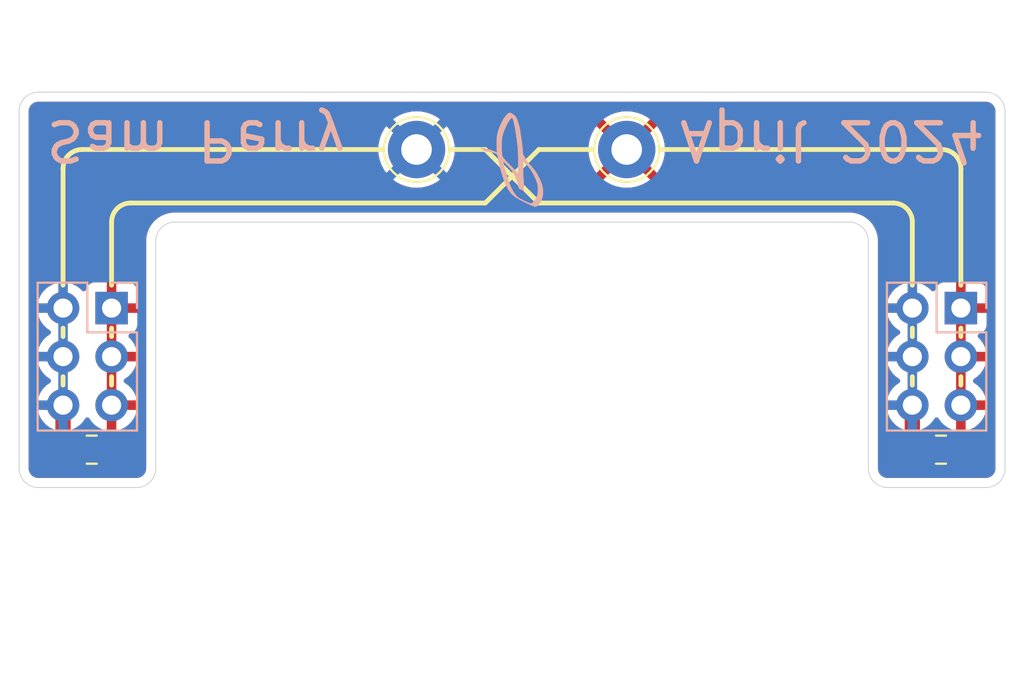
<source format=kicad_pcb>
(kicad_pcb (version 20240108) (generator "pcbnew") (generator_version "8.0")
  (title_block (title "Breadboard Power Rail Jumper") (date "2024-04-21") (company "Perry Leumas") (comment 1 "Inspired by IMSAI Guy Design:") (comment 2 "    https://www.youtube.com/watch?v=gdtfjXa2s7k&t=334s"))
  (layers (0 "F.Cu" signal) (31 "B.Cu" signal) (34 "B.Paste" user) (35 "F.Paste" user) (36 "B.SilkS" user "B.Silkscreen") (37 "F.SilkS" user "F.Silkscreen") (38 "B.Mask" user) (39 "F.Mask" user) (44 "Edge.Cuts" user))
  (net 0 "")
  (net 1 "/V1")
  (net 2 "/V2")
  (footprint "TestPoint:TestPoint_Loop_D2.60mm_Drill1.6mm_Beaded" (layer "F.Cu") (at 118.5 91.7 90)
    (property "Reference" "TP2" (hide yes))
    (property "Value" "TestPoint" (hide yes))
    (fp_circle (center 0 0) (end 1.7 0) (stroke (width 0.12)) (fill none) (layer "F.SilkS"))
    (pad "1" thru_hole circle (at 0 0 90) (size 3 3) (drill 1.6) (layers "*.Cu" "*.Mask") (net 2 "/V2"))
  )
  (footprint "Capacitor_SMD:C_0805_2012Metric_Pad1.18x1.45mm_HandSolder" (layer "F.Cu") (at 101.5 107.41 180)
    (property "Reference" "C1" (hide yes))
    (property "Value" "C" (hide yes))
    (fp_line (start -0.261252 0.735) (end 0.261252 0.735) (stroke (width 0.12)) (layer "F.SilkS"))
    (fp_line (start -0.261252 -0.735) (end 0.261252 -0.735) (stroke (width 0.12)) (layer "F.SilkS"))
    (pad "1" smd roundrect (at -1.0375 0 180) (size 1.175 1.45) (layers "F.Cu" "F.Paste" "F.Mask") (roundrect_rratio 0.212766) (net 1 "/V1"))
    (pad "2" smd roundrect (at 1.0375 0 180) (size 1.175 1.45) (layers "F.Cu" "F.Paste" "F.Mask") (roundrect_rratio 0.212766) (net 2 "/V2"))
  )
  (footprint "Capacitor_SMD:C_0805_2012Metric_Pad1.18x1.45mm_HandSolder" (layer "F.Cu") (at 145.95 107.41 180)
    (property "Reference" "C2" (hide yes))
    (property "Value" "C")
    (fp_line (start -0.261252 0.735) (end 0.261252 0.735) (stroke (width 0.12)) (layer "F.SilkS"))
    (fp_line (start -0.261252 -0.735) (end 0.261252 -0.735) (stroke (width 0.12)) (layer "F.SilkS"))
    (pad "1" smd roundrect (at -1.0375 0 180) (size 1.175 1.45) (layers "F.Cu" "F.Paste" "F.Mask") (roundrect_rratio 0.212766) (net 1 "/V1"))
    (pad "2" smd roundrect (at 1.0375 0 180) (size 1.175 1.45) (layers "F.Cu" "F.Paste" "F.Mask") (roundrect_rratio 0.212766) (net 2 "/V2"))
  )
  (footprint "TestPoint:TestPoint_Loop_D2.60mm_Drill1.6mm_Beaded" (layer "F.Cu") (at 129.5 91.7 90)
    (property "Reference" "TP1" (hide yes))
    (property "Value" "TestPoint" (hide yes))
    (fp_circle (center 0 0) (end 1.7 0) (stroke (width 0.12)) (fill none) (layer "F.SilkS"))
    (pad "1" thru_hole circle (at 0 0 90) (size 3 3) (drill 1.6) (layers "*.Cu" "*.Mask") (net 1 "/V1"))
  )
  (footprint "Connector_PinHeader_2.54mm:PinHeader_2x03_P2.54mm_Vertical" (layer "B.Cu") (at 146.99 100 180)
    (property "Reference" "J2" (hide yes))
    (property "Value" "Conn_02x03_Counter_Clockwise" (hide yes))
    (fp_line (start 3.87 1.33) (end 1.27 1.33) (stroke (width 0.12)) (layer "B.SilkS"))
    (fp_line (start 3.87 -6.41) (end 3.87 1.33) (stroke (width 0.12)) (layer "B.SilkS"))
    (fp_line (start 3.87 -6.41) (end -1.33 -6.41) (stroke (width 0.12)) (layer "B.SilkS"))
    (fp_line (start 1.27 1.33) (end 1.27 -1.27) (stroke (width 0.12)) (layer "B.SilkS"))
    (fp_line (start 1.27 -1.27) (end -1.33 -1.27) (stroke (width 0.12)) (layer "B.SilkS"))
    (fp_line (start 0 1.33) (end -1.33 1.33) (stroke (width 0.12)) (layer "B.SilkS"))
    (fp_line (start -1.33 1.33) (end -1.33 0) (stroke (width 0.12)) (layer "B.SilkS"))
    (fp_line (start -1.33 -6.41) (end -1.33 -1.27) (stroke (width 0.12)) (layer "B.SilkS"))
    (pad "1" thru_hole rect (at 0 0 180) (size 1.7 1.7) (drill 1) (layers "*.Cu" "*.Mask") (net 1 "/V1"))
    (pad "2" thru_hole oval (at 2.54 0 180) (size 1.7 1.7) (drill 1) (layers "*.Cu" "*.Mask") (net 2 "/V2"))
    (pad "3" thru_hole oval (at 0 -2.54 180) (size 1.7 1.7) (drill 1) (layers "*.Cu" "*.Mask") (net 1 "/V1"))
    (pad "4" thru_hole oval (at 2.54 -2.54 180) (size 1.7 1.7) (drill 1) (layers "*.Cu" "*.Mask") (net 2 "/V2"))
    (pad "5" thru_hole oval (at 0 -5.08 180) (size 1.7 1.7) (drill 1) (layers "*.Cu" "*.Mask") (net 1 "/V1"))
    (pad "6" thru_hole oval (at 2.54 -5.08 180) (size 1.7 1.7) (drill 1) (layers "*.Cu" "*.Mask") (net 2 "/V2"))
  )
  (footprint "Connector_PinHeader_2.54mm:PinHeader_2x03_P2.54mm_Vertical" (layer "B.Cu") (at 102.54 100 180)
    (property "Reference" "J1" (hide yes))
    (property "Value" "Conn_02x03_Counter_Clockwise" (hide yes))
    (fp_line (start 3.87 1.33) (end 1.27 1.33) (stroke (width 0.12)) (layer "B.SilkS"))
    (fp_line (start 3.87 -6.41) (end 3.87 1.33) (stroke (width 0.12)) (layer "B.SilkS"))
    (fp_line (start 3.87 -6.41) (end -1.33 -6.41) (stroke (width 0.12)) (layer "B.SilkS"))
    (fp_line (start 1.27 1.33) (end 1.27 -1.27) (stroke (width 0.12)) (layer "B.SilkS"))
    (fp_line (start 1.27 -1.27) (end -1.33 -1.27) (stroke (width 0.12)) (layer "B.SilkS"))
    (fp_line (start 0 1.33) (end -1.33 1.33) (stroke (width 0.12)) (layer "B.SilkS"))
    (fp_line (start -1.33 1.33) (end -1.33 0) (stroke (width 0.12)) (layer "B.SilkS"))
    (fp_line (start -1.33 -6.41) (end -1.33 -1.27) (stroke (width 0.12)) (layer "B.SilkS"))
    (pad "1" thru_hole rect (at 0 0 180) (size 1.7 1.7) (drill 1) (layers "*.Cu" "*.Mask") (net 1 "/V1"))
    (pad "2" thru_hole oval (at 2.54 0 180) (size 1.7 1.7) (drill 1) (layers "*.Cu" "*.Mask") (net 2 "/V2"))
    (pad "3" thru_hole oval (at 0 -2.54 180) (size 1.7 1.7) (drill 1) (layers "*.Cu" "*.Mask") (net 1 "/V1"))
    (pad "4" thru_hole oval (at 2.54 -2.54 180) (size 1.7 1.7) (drill 1) (layers "*.Cu" "*.Mask") (net 2 "/V2"))
    (pad "5" thru_hole oval (at 0 -5.08 180) (size 1.7 1.7) (drill 1) (layers "*.Cu" "*.Mask") (net 1 "/V1"))
    (pad "6" thru_hole oval (at 2.54 -5.08 180) (size 1.7 1.7) (drill 1) (layers "*.Cu" "*.Mask") (net 2 "/V2"))
  )
  (footprint "pl_logo:logo_height_5mm" (layer "B.Cu") (at 123.476445 92.229269)
    (property "Reference" "G***" (hide yes))
    (property "Value" "LOGO" (hide yes))
    (fp_poly (pts (xy 1.28483 2.456463) (xy 1.33557 2.423783) (xy 1.391397 2.374314) (xy 1.447755 2.312134) (xy 1.500087 2.241319) (xy 1.504027 2.235305) (xy 1.568681 2.117453) (xy 1.613079 1.992161) (xy 1.639057 1.853164) (xy 1.647173 1.746724) (xy 1.645734 1.604325) (xy 1.629055 1.464701) (xy 1.59583 1.322742) (xy 1.544753 1.173337) (xy 1.474521 1.011375) (xy 1.442555 0.945508) (xy 1.363326 0.795768) (xy 1.28065 0.66003) (xy 1.189438 0.531159) (xy 1.084602 0.402017) (xy 0.961053 0.265468) (xy 0.947472 0.25113) (xy 0.879043 0.175895) (xy 0.823981 0.106514) (xy 0.775684 0.033493) (xy 0.727552 -0.05266) (xy 0.703195 -0.100221) (xy 0.674142 -0.155208) (xy 0.64721 -0.201136) (xy 0.626467 -0.23128) (xy 0.619611 -0.238388) (xy 0.610249 -0.251046) (xy 0.602775 -0.276315) (xy 0.596615 -0.318157) (xy 0.591194 -0.380539) (xy 0.58594 -0.467425) (xy 0.58563 -0.473277) (xy 0.579596 -0.557071) (xy 0.569649 -0.660507) (xy 0.556764 -0.774943) (xy 0.54192 -0.89174) (xy 0.526093 -1.002258) (xy 0.524968 -1.009573) (xy 0.509421 -1.111172) (xy 0.494296 -1.211892) (xy 0.480543 -1.30527) (xy 0.469112 -1.384842) (xy 0.460952 -1.444143) (xy 0.459532 -1.455055) (xy 0.443617 -1.555616) (xy 0.420731 -1.667709) (xy 0.392733 -1.784438) (xy 0.361481 -1.898909) (xy 0.328836 -2.004224) (xy 0.296655 -2.093489) (xy 0.272559 -2.148582) (xy 0.235649 -2.217296) (xy 0.199781 -2.268465) (xy 0.15749 -2.311957) (xy 0.133454 -2.332402) (xy 0.087453 -2.368331) (xy 0.044821 -2.399016) (xy 0.015078 -2.417646) (xy -0.037994 -2.437481) (xy -0.094208 -2.446814) (xy -0.141283 -2.44394) (xy -0.151088 -2.440743) (xy -0.178139 -2.422115) (xy -0.217511 -2.386071) (xy -0.26419 -2.338073) (xy -0.313165 -2.283582) (xy -0.359421 -2.228056) (xy -0.397947 -2.176958) (xy -0.410822 -2.157811) (xy -0.433569 -2.118779) (xy -0.465053 -2.059963) (xy -0.502032 -1.987659) (xy -0.541264 -1.908166) (xy -0.566669 -1.855131) (xy -0.641995 -1.683476) (xy -0.698992 -1.523788) (xy -0.739945 -1.368063) (xy -0.767139 -1.208297) (xy -0.776749 -1.119322) (xy -0.781601 -1.042707) (xy -0.784428 -0.949699) (xy -0.78533 -0.846936) (xy -0.78441 -0.741052) (xy -0.78177 -0.638685) (xy -0.778653 -0.57121) (xy -0.513624 -0.57121) (xy -0.513593 -0.69125) (xy -0.511998 -0.796441) (xy -0.509646 -0.904648) (xy -0.507058 -0.989646) (xy -0.503681 -1.056922) (xy -0.498962 -1.111966) (xy -0.492346 -1.160266) (xy -0.483281 -1.207311) (xy -0.471214 -1.258589) (xy -0.461593 -1.296421) (xy -0.435186 -1.383197) (xy -0.397187 -1.487218) (xy -0.350829 -1.601154) (xy -0.299342 -1.717675) (xy -0.24596 -1.82945) (xy -0.193914 -1.929149) (xy -0.148946 -2.00554) (xy -0.113015 -2.057465) (xy -0.073543 -2.107799) (xy -0.034899 -2.151749) (xy -0.001454 -2.184523) (xy 0.02242 -2.201326) (xy 0.030112 -2.201896) (xy 0.039647 -2.185462) (xy 0.054307 -2.148295) (xy 0.071465 -2.097299) (xy 0.077858 -2.076511) (xy 0.11575 -1.941132) (xy 0.148217 -1.804034) (xy 0.177082 -1.656644) (xy 0.204167 -1.490389) (xy 0.208109 -1.463839) (xy 0.223319 -1.360155) (xy 0.240757 -1.241089) (xy 0.258518 -1.119659) (xy 0.274697 -1.008884) (xy 0.278473 -0.982994) (xy 0.297449 -0.837259) (xy 0.312941 -0.682747) (xy 0.325126 -0.516039) (xy 0.334183 -0.333712) (xy 0.340288 -0.132346) (xy 0.343619 0.091481) (xy 0.344407 0.287277) (xy 0.344407 0.767357) (xy 0.291415 0.688622) (xy 0.262362 0.650564) (xy 0.216411 0.596568) (xy 0.157307 0.530634) (xy 0.088796 0.45676) (xy 0.014625 0.378947) (xy -0.061461 0.301194) (xy -0.135714 0.2275) (xy -0.184271 0.18078) (xy -0.225722 0.138751) (xy -0.277355 0.082381) (xy -0.331716 0.019966) (xy -0.368995 -0.024837) (xy -0.477076 -0.157846) (xy -0.497818 -0.312115) (xy -0.50588 -0.386526) (xy -0.511101 -0.471263) (xy -0.513624 -0.57121) (xy -0.778653 -0.57121) (xy -0.77751 -0.546472) (xy -0.771732 -0.471047) (xy -0.76616 -0.427688) (xy -0.757059 -0.374642) (xy -0.905902 -0.437595) (xy -0.983824 -0.468825) (xy -1.069294 -0.500342) (xy -1.14897 -0.527326) (xy -1.183898 -0.538029) (xy -1.247507 -0.554706) (xy -1.321436 -0.57131) (xy -1.399242 -0.586714) (xy -1.474485 -0.599794) (xy -1.540723 -0.609425) (xy -1.591513 -0.614481) (xy -1.619281 -0.614083) (xy -1.620063 -0.605019) (xy -1.601343 -0.58499) (xy -1.568315 -0.557647) (xy -1.526173 -0.526646) (xy -1.480114 -0.495639) (xy -1.435331 -0.468281) (xy -1.397019 -0.448224) (xy -1.370555 -0.439147) (xy -1.214282 -0.415981) (xy -1.077785 -0.390582) (xy -0.962876 -0.36343) (xy -0.871368 -0.335011) (xy -0.805074 -0.305805) (xy -0.767813 -0.278553) (xy -0.753225 -0.257923) (xy -0.740609 -0.227353) (xy -0.728627 -0.181958) (xy -0.715944 -0.116858) (xy -0.704273 -0.046549) (xy -0.678738 0.093277) (xy -0.431947 0.093277) (xy -0.229476 0.298623) (xy -0.127296 0.405346) (xy -0.043578 0.50052) (xy 0.026009 0.590031) (xy 0.085801 0.679765) (xy 0.14013 0.775608) (xy 0.179326 0.853842) (xy 0.21261 0.931552) (xy 0.24842 1.029274) (xy 0.284158 1.138781) (xy 0.317225 1.251845) (xy 0.34502 1.360241) (xy 0.358103 1.419699) (xy 0.373758 1.480848) (xy 0.392078 1.51746) (xy 0.415645 1.533699) (xy 0.429886 1.53548) (xy 0.453496 1.54335) (xy 0.491771 1.563979) (xy 0.536394 1.592881) (xy 0.579494 1.621591) (xy 0.614435 1.642176) (xy 0.633804 1.650278) (xy 0.634017 1.650283) (xy 0.638485 1.636587) (xy 0.641241 1.598007) (xy 0.642373 1.538303) (xy 0.641969 1.461233) (xy 0.640118 1.370557) (xy 0.636907 1.270036) (xy 0.632424 1.163428) (xy 0.626758 1.054494) (xy 0.619996 0.946993) (xy 0.616379 0.896893) (xy 0.612831 0.837516) (xy 0.609788 0.762519) (xy 0.607276 0.676165) (xy 0.605326 0.58272) (xy 0.603963 0.486448) (xy 0.603218 0.391613) (xy 0.603117 0.302479) (xy 0.60369 0.223312) (xy 0.604964 0.158374) (xy 0.606968 0.111932) (xy 0.609729 0.088249) (xy 0.61102 0.086102) (xy 0.624711 0.095542) (xy 0.651757 0.12003) (xy 0.679184 0.14709) (xy 0.768157 0.242284) (xy 0.858924 0.347376) (xy 0.942558 0.451779) (xy 0.990211 0.516142) (xy 1.049574 0.607455) (xy 1.112767 0.717905) (xy 1.175588 0.839077) (xy 1.233838 0.962551) (xy 1.283319 1.079912) (xy 1.314629 1.166375) (xy 1.336612 1.236165) (xy 1.351857 1.293214) (xy 1.361879 1.346705) (xy 1.368196 1.40582) (xy 1.372322 1.479741) (xy 1.374083 1.526399) (xy 1.375575 1.641127) (xy 1.370216 1.735884) (xy 1.356499 1.818898) (xy 1.332918 1.898397) (xy 1.297967 1.982609) (xy 1.28582 2.008398) (xy 1.25005 2.071144) (xy 1.203795 2.135811) (xy 1.152662 2.19594) (xy 1.102255 2.245071) (xy 1.05818 2.276747) (xy 1.049256 2.280997) (xy 1.028588 2.286499) (xy 1.002906 2.286414) (xy 0.969217 2.279661) (xy 0.924529 2.265158) (xy 0.865849 2.241824) (xy 0.790185 2.208578) (xy 0.694545 2.164339) (xy 0.59247 2.115928) (xy 0.499162 2.070157) (xy 0.427206 2.031729) (xy 0.371266 1.997421) (xy 0.326011 1.964012) (xy 0.293424 1.935303) (xy 0.201987 1.83435) (xy 0.112306 1.706741) (xy 0.025532 1.55451) (xy -0.057186 1.379696) (xy -0.134696 1.184336) (xy -0.141743 1.164792) (xy -0.179826 1.054033) (xy -0.219485 0.931081) (xy -0.259324 0.800942) (xy -0.297945 0.66862) (xy -0.333952 0.539123) (xy -0.365947 0.417455) (xy -0.392533 0.308623) (xy -0.412314 0.217632) (xy -0.422762 0.157853) (xy -0.431947 0.093277) (xy -0.678738 0.093277) (xy -0.676178 0.107291) (xy -0.638897 0.276063) (xy -0.594109 0.454195) (xy -0.543492 0.636119) (xy -0.488723 0.816262) (xy -0.431481 0.989056) (xy -0.373443 1.14893) (xy -0.316287 1.290313) (xy -0.273091 1.384802) (xy -0.196458 1.531366) (xy -0.120221 1.654373) (xy -0.040236 1.758606) (xy 0.047642 1.848847) (xy 0.147556 1.929878) (xy 0.263653 2.006482) (xy 0.267891 2.00904) (xy 0.362763 2.064275) (xy 0.467186 2.121829) (xy 0.577602 2.180026) (xy 0.690452 2.237191) (xy 0.802176 2.291649) (xy 0.909215 2.341725) (xy 1.00801 2.385743) (xy 1.095 2.42203) (xy 1.166627 2.448909) (xy 1.219332 2.464706) (xy 1.24373 2.468277) (xy 1.28483 2.456463)) (stroke (width 0.01)) (fill solid) (layer "B.SilkS"))
  )
  (gr_line (start 100 101.05) (end 100 101.49) (stroke (width 0.25)) (layer "F.SilkS"))
  (gr_line (start 146.99 103.59) (end 146.99 104.03) (stroke (width 0.25)) (layer "F.SilkS"))
  (gr_line (start 100 98.8) (end 100 92.7) (stroke (width 0.25)) (layer "F.SilkS"))
  (gr_line (start 116.73 91.7) (end 101 91.7) (stroke (width 0.25)) (layer "F.SilkS"))
  (gr_line (start 100 103.59) (end 100 104.03) (stroke (width 0.25)) (layer "F.SilkS"))
  (gr_line (start 102.54 103.59) (end 102.54 104.03) (stroke (width 0.25)) (layer "F.SilkS"))
  (gr_line (start 102.54 101.05) (end 102.54 101.49) (stroke (width 0.25)) (layer "F.SilkS"))
  (gr_line (start 144.45 98.8) (end 144.45 95.5) (stroke (width 0.25)) (layer "F.SilkS"))
  (gr_arc (start 143.45 94.5) (mid 144.157107 94.792893) (end 144.45 95.5) (stroke (width 0.25)) (layer "F.SilkS"))
  (gr_arc (start 102.54 95.5) (mid 102.832893 94.792893) (end 103.54 94.5) (stroke (width 0.25)) (layer "F.SilkS"))
  (gr_line (start 122.1 91.7) (end 124.9 94.5) (stroke (width 0.25)) (layer "F.SilkS"))
  (gr_line (start 143.45 94.5) (end 124.9 94.5) (stroke (width 0.25)) (layer "F.SilkS"))
  (gr_line (start 144.45 103.59) (end 144.45 104.03) (stroke (width 0.25)) (layer "F.SilkS"))
  (gr_line (start 146.99 98.8) (end 146.99 92.7) (stroke (width 0.25)) (layer "F.SilkS"))
  (gr_line (start 124.9 91.7) (end 122.1 94.5) (stroke (width 0.25)) (layer "F.SilkS"))
  (gr_arc (start 145.99 91.7) (mid 146.697107 91.992893) (end 146.99 92.7) (stroke (width 0.25)) (layer "F.SilkS"))
  (gr_line (start 146.99 101.05) (end 146.99 101.49) (stroke (width 0.25)) (layer "F.SilkS"))
  (gr_line (start 131.27 91.7) (end 145.99 91.7) (stroke (width 0.25)) (layer "F.SilkS"))
  (gr_line (start 120.27 91.7) (end 122.1 91.7) (stroke (width 0.25)) (layer "F.SilkS"))
  (gr_line (start 102.54 98.8) (end 102.54 95.5) (stroke (width 0.25)) (layer "F.SilkS"))
  (gr_line (start 144.45 101.05) (end 144.45 101.49) (stroke (width 0.25)) (layer "F.SilkS"))
  (gr_line (start 122.1 94.5) (end 103.54 94.5) (stroke (width 0.25)) (layer "F.SilkS"))
  (gr_line (start 127.73 91.7) (end 124.9 91.7) (stroke (width 0.25)) (layer "F.SilkS"))
  (gr_arc (start 100 92.7) (mid 100.292893 91.992893) (end 101 91.7) (stroke (width 0.25)) (layer "F.SilkS"))
  (gr_line (start 105.85 95.5) (end 141.15 95.5) (stroke (width 0.05)) (layer "Edge.Cuts"))
  (gr_arc (start 148.3 88.7) (mid 149.007107 88.992893) (end 149.3 89.7) (stroke (width 0.05)) (layer "Edge.Cuts"))
  (gr_arc (start 141.15 95.5) (mid 141.857107 95.792893) (end 142.15 96.5) (stroke (width 0.05)) (layer "Edge.Cuts"))
  (gr_arc (start 149.3 108.39) (mid 149.007107 109.097107) (end 148.3 109.39) (stroke (width 0.05)) (layer "Edge.Cuts"))
  (gr_line (start 98.7 109.39) (end 103.85 109.39) (stroke (width 0.05)) (layer "Edge.Cuts"))
  (gr_arc (start 104.85 108.39) (mid 104.557107 109.097107) (end 103.85 109.39) (stroke (width 0.05)) (layer "Edge.Cuts"))
  (gr_arc (start 143.15 109.39) (mid 142.442893 109.097107) (end 142.15 108.39) (stroke (width 0.05)) (layer "Edge.Cuts"))
  (gr_arc (start 97.7 89.7) (mid 97.992893 88.992893) (end 98.7 88.7) (stroke (width 0.05)) (layer "Edge.Cuts"))
  (gr_line (start 98.7 88.7) (end 148.3 88.7) (stroke (width 0.05)) (layer "Edge.Cuts"))
  (gr_line (start 104.85 108.39) (end 104.85 96.5) (stroke (width 0.05)) (layer "Edge.Cuts"))
  (gr_line (start 97.7 108.39) (end 97.7 89.7) (stroke (width 0.05)) (layer "Edge.Cuts"))
  (gr_arc (start 98.7 109.39) (mid 97.992893 109.097107) (end 97.7 108.39) (stroke (width 0.05)) (layer "Edge.Cuts"))
  (gr_arc (start 104.85 96.5) (mid 105.142893 95.792893) (end 105.85 95.5) (stroke (width 0.05)) (layer "Edge.Cuts"))
  (gr_line (start 142.15 108.39) (end 142.15 96.5) (stroke (width 0.05)) (layer "Edge.Cuts"))
  (gr_line (start 148.3 109.39) (end 143.15 109.39) (stroke (width 0.05)) (layer "Edge.Cuts"))
  (gr_line (start 149.3 108.39) (end 149.3 89.7) (stroke (width 0.05)) (layer "Edge.Cuts"))
  (gr_text "April 2024" (at 132.11 91.21 180) (layer "B.SilkS") (effects (font (size 2 2) (thickness 0.285714)) (justify left mirror)))
  (gr_text "Sam Perry" (at 98.97 91.21 180) (layer "B.SilkS") (effects (font (size 2 2) (thickness 0.285714)) (justify left mirror)))
  (segment (start 144.45 106.9475) (end 144.9125 107.41) (width 0.8) (layer "F.Cu") (net 2))
  (segment (start 144.45 105.08) (end 144.45 106.9475) (width 0.8) (layer "F.Cu") (net 2))
  (segment (start 100 106.9475) (end 100.4625 107.41) (width 0.8) (layer "F.Cu") (net 2))
  (segment (start 100 105.08) (end 100 106.9475) (width 0.8) (layer "F.Cu") (net 2))
  (zone (net 1) (net_name "/V1") (layer "F.Cu") (connect_pads (clearance 0.5)) (min_thickness 0.25) (fill yes (thermal_gap 0.5) (thermal_bridge_width 0.5))
    (polygon (pts (xy 96.7 86.9) (xy 150.3 86.9) (xy 150.3 110.39) (xy 96.7 110.39)))
  )
  (zone (net 2) (net_name "/V2") (layer "B.Cu") (priority 1) (connect_pads (clearance 0.5)) (min_thickness 0.25) (fill yes (thermal_gap 0.5) (thermal_bridge_width 0.5))
    (polygon (pts (xy 97.2 87.4) (xy 149.8 87.4) (xy 149.8 109.89) (xy 97.2 109.89)))
  )
)
</source>
